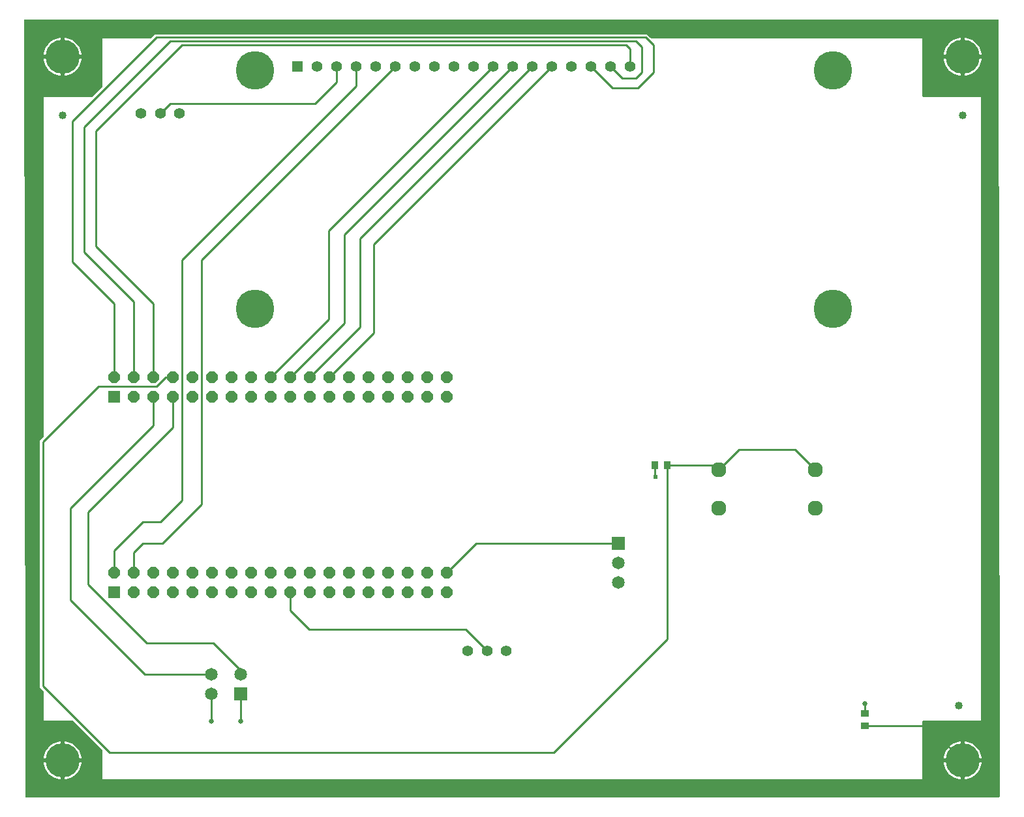
<source format=gbr>
G04 EAGLE Gerber RS-274X export*
G75*
%MOMM*%
%FSLAX34Y34*%
%LPD*%
%INTop Copper*%
%IPPOS*%
%AMOC8*
5,1,8,0,0,1.08239X$1,22.5*%
G01*
%ADD10C,1.016000*%
%ADD11C,4.445000*%
%ADD12R,1.031241X0.949959*%
%ADD13C,1.400000*%
%ADD14R,0.949959X1.031241*%
%ADD15C,1.960000*%
%ADD16R,1.524000X1.524000*%
%ADD17P,1.649562X8X22.500000*%
%ADD18R,1.400000X1.400000*%
%ADD19C,5.000000*%
%ADD20R,1.651000X1.651000*%
%ADD21C,1.651000*%
%ADD22C,0.254000*%
%ADD23C,0.654800*%
%ADD24C,0.609600*%

G36*
X1266104Y2556D02*
X1266104Y2556D01*
X1266224Y2563D01*
X1266261Y2576D01*
X1266301Y2581D01*
X1266412Y2625D01*
X1266526Y2662D01*
X1266560Y2683D01*
X1266596Y2698D01*
X1266694Y2768D01*
X1266795Y2832D01*
X1266822Y2861D01*
X1266854Y2884D01*
X1266930Y2977D01*
X1267012Y3064D01*
X1267031Y3099D01*
X1267057Y3129D01*
X1267108Y3238D01*
X1267165Y3343D01*
X1267175Y3381D01*
X1267192Y3417D01*
X1267215Y3535D01*
X1267245Y3651D01*
X1267248Y3710D01*
X1267252Y3729D01*
X1267251Y3750D01*
X1267255Y3812D01*
X1266529Y584202D01*
X1265994Y1012702D01*
X1265979Y1012819D01*
X1265972Y1012937D01*
X1265959Y1012976D01*
X1265954Y1013017D01*
X1265910Y1013127D01*
X1265874Y1013239D01*
X1265852Y1013274D01*
X1265836Y1013313D01*
X1265767Y1013408D01*
X1265704Y1013508D01*
X1265673Y1013536D01*
X1265649Y1013570D01*
X1265558Y1013645D01*
X1265472Y1013726D01*
X1265436Y1013746D01*
X1265404Y1013772D01*
X1265297Y1013822D01*
X1265193Y1013880D01*
X1265153Y1013890D01*
X1265116Y1013907D01*
X1265000Y1013929D01*
X1264885Y1013959D01*
X1264824Y1013963D01*
X1264804Y1013967D01*
X1264784Y1013966D01*
X1264725Y1013969D01*
X2545Y1013969D01*
X2426Y1013954D01*
X2306Y1013947D01*
X2269Y1013934D01*
X2229Y1013929D01*
X2118Y1013885D01*
X2004Y1013848D01*
X1970Y1013827D01*
X1934Y1013812D01*
X1836Y1013742D01*
X1735Y1013678D01*
X1708Y1013649D01*
X1676Y1013626D01*
X1600Y1013533D01*
X1518Y1013446D01*
X1499Y1013411D01*
X1473Y1013381D01*
X1422Y1013272D01*
X1365Y1013167D01*
X1355Y1013129D01*
X1338Y1013093D01*
X1315Y1012975D01*
X1285Y1012859D01*
X1282Y1012800D01*
X1278Y1012781D01*
X1279Y1012760D01*
X1275Y1012698D01*
X1779Y609598D01*
X2536Y3808D01*
X2551Y3691D01*
X2558Y3573D01*
X2571Y3534D01*
X2576Y3493D01*
X2620Y3383D01*
X2656Y3271D01*
X2678Y3236D01*
X2694Y3197D01*
X2763Y3102D01*
X2826Y3002D01*
X2857Y2974D01*
X2881Y2940D01*
X2972Y2865D01*
X3058Y2784D01*
X3094Y2764D01*
X3126Y2738D01*
X3233Y2688D01*
X3337Y2630D01*
X3377Y2620D01*
X3414Y2603D01*
X3530Y2581D01*
X3645Y2551D01*
X3706Y2547D01*
X3726Y2543D01*
X3746Y2544D01*
X3805Y2541D01*
X1265985Y2541D01*
X1266104Y2556D01*
G37*
%LPC*%
G36*
X1168400Y102869D02*
X1168400Y102869D01*
X1168282Y102854D01*
X1168163Y102847D01*
X1168125Y102834D01*
X1168084Y102829D01*
X1167974Y102786D01*
X1167861Y102749D01*
X1167826Y102727D01*
X1167789Y102712D01*
X1167693Y102643D01*
X1167592Y102579D01*
X1167564Y102549D01*
X1167531Y102526D01*
X1167456Y102434D01*
X1167374Y102347D01*
X1167354Y102312D01*
X1167329Y102281D01*
X1167278Y102173D01*
X1167220Y102069D01*
X1167210Y102029D01*
X1167193Y101993D01*
X1167171Y101876D01*
X1167141Y101761D01*
X1167137Y101701D01*
X1167133Y101681D01*
X1167135Y101660D01*
X1167131Y101600D01*
X1167131Y26669D01*
X102869Y26669D01*
X102869Y63936D01*
X102857Y64034D01*
X102854Y64133D01*
X102837Y64191D01*
X102829Y64251D01*
X102793Y64343D01*
X102765Y64439D01*
X102735Y64491D01*
X102712Y64547D01*
X102654Y64627D01*
X102604Y64712D01*
X102538Y64788D01*
X102526Y64804D01*
X102516Y64812D01*
X102498Y64833D01*
X64833Y102498D01*
X64755Y102558D01*
X64683Y102626D01*
X64630Y102655D01*
X64582Y102692D01*
X64491Y102732D01*
X64404Y102780D01*
X64346Y102795D01*
X64290Y102819D01*
X64192Y102834D01*
X64097Y102859D01*
X63996Y102865D01*
X63976Y102869D01*
X63964Y102867D01*
X63936Y102869D01*
X26669Y102869D01*
X26669Y140136D01*
X26657Y140234D01*
X26654Y140333D01*
X26637Y140391D01*
X26629Y140451D01*
X26593Y140543D01*
X26565Y140639D01*
X26535Y140691D01*
X26512Y140747D01*
X26454Y140827D01*
X26404Y140912D01*
X26338Y140988D01*
X26326Y141004D01*
X26316Y141012D01*
X26298Y141033D01*
X24193Y143138D01*
X21589Y145742D01*
X21589Y466398D01*
X26297Y471107D01*
X26358Y471185D01*
X26426Y471257D01*
X26455Y471310D01*
X26492Y471358D01*
X26532Y471449D01*
X26580Y471536D01*
X26595Y471594D01*
X26619Y471650D01*
X26634Y471748D01*
X26659Y471843D01*
X26665Y471944D01*
X26669Y471964D01*
X26667Y471976D01*
X26669Y472004D01*
X26669Y609600D01*
X26669Y913131D01*
X89336Y913131D01*
X89434Y913143D01*
X89533Y913146D01*
X89591Y913163D01*
X89651Y913171D01*
X89743Y913207D01*
X89839Y913235D01*
X89891Y913265D01*
X89947Y913288D01*
X90027Y913346D01*
X90112Y913396D01*
X90188Y913462D01*
X90204Y913474D01*
X90212Y913484D01*
X90233Y913503D01*
X102498Y925767D01*
X102558Y925845D01*
X102626Y925917D01*
X102655Y925970D01*
X102692Y926018D01*
X102732Y926109D01*
X102780Y926196D01*
X102795Y926254D01*
X102819Y926310D01*
X102834Y926408D01*
X102859Y926503D01*
X102865Y926604D01*
X102869Y926624D01*
X102867Y926636D01*
X102869Y926664D01*
X102869Y989331D01*
X165536Y989331D01*
X165634Y989343D01*
X165733Y989346D01*
X165791Y989363D01*
X165851Y989371D01*
X165943Y989407D01*
X166039Y989435D01*
X166091Y989465D01*
X166147Y989488D01*
X166227Y989546D01*
X166312Y989596D01*
X166388Y989662D01*
X166404Y989674D01*
X166412Y989684D01*
X166433Y989703D01*
X171142Y994411D01*
X809298Y994411D01*
X814007Y989703D01*
X814085Y989642D01*
X814157Y989574D01*
X814210Y989545D01*
X814258Y989508D01*
X814349Y989468D01*
X814436Y989420D01*
X814494Y989405D01*
X814550Y989381D01*
X814648Y989366D01*
X814743Y989341D01*
X814844Y989335D01*
X814864Y989331D01*
X814876Y989333D01*
X814904Y989331D01*
X1167131Y989331D01*
X1167131Y914400D01*
X1167146Y914282D01*
X1167153Y914163D01*
X1167166Y914125D01*
X1167171Y914084D01*
X1167214Y913974D01*
X1167251Y913861D01*
X1167273Y913826D01*
X1167288Y913789D01*
X1167358Y913693D01*
X1167421Y913592D01*
X1167451Y913564D01*
X1167474Y913531D01*
X1167566Y913456D01*
X1167653Y913374D01*
X1167688Y913354D01*
X1167719Y913329D01*
X1167827Y913278D01*
X1167931Y913220D01*
X1167971Y913210D01*
X1168007Y913193D01*
X1168124Y913171D01*
X1168239Y913141D01*
X1168300Y913137D01*
X1168320Y913133D01*
X1168340Y913135D01*
X1168400Y913131D01*
X1243331Y913131D01*
X1243331Y102869D01*
X1168400Y102869D01*
G37*
%LPD*%
%LPC*%
G36*
X53339Y967739D02*
X53339Y967739D01*
X53339Y989836D01*
X54955Y989654D01*
X57667Y989035D01*
X60292Y988117D01*
X62799Y986910D01*
X65154Y985430D01*
X67329Y983695D01*
X69295Y981729D01*
X71030Y979554D01*
X72510Y977199D01*
X73717Y974692D01*
X74635Y972067D01*
X75254Y969355D01*
X75436Y967739D01*
X53339Y967739D01*
G37*
%LPD*%
%LPC*%
G36*
X1221739Y967739D02*
X1221739Y967739D01*
X1221739Y989836D01*
X1223355Y989654D01*
X1226067Y989035D01*
X1228692Y988117D01*
X1231199Y986910D01*
X1233554Y985430D01*
X1235729Y983695D01*
X1237695Y981729D01*
X1239430Y979554D01*
X1240910Y977199D01*
X1242117Y974692D01*
X1243035Y972067D01*
X1243654Y969355D01*
X1243836Y967739D01*
X1221739Y967739D01*
G37*
%LPD*%
%LPC*%
G36*
X53339Y53339D02*
X53339Y53339D01*
X53339Y75436D01*
X54955Y75254D01*
X57667Y74635D01*
X60292Y73717D01*
X62799Y72510D01*
X65154Y71030D01*
X67329Y69295D01*
X69295Y67329D01*
X71030Y65154D01*
X72510Y62799D01*
X73717Y60292D01*
X74635Y57667D01*
X75254Y54955D01*
X75436Y53339D01*
X53339Y53339D01*
G37*
%LPD*%
%LPC*%
G36*
X1221739Y53339D02*
X1221739Y53339D01*
X1221739Y75436D01*
X1223355Y75254D01*
X1226067Y74635D01*
X1228692Y73717D01*
X1231199Y72510D01*
X1233554Y71030D01*
X1235729Y69295D01*
X1237695Y67329D01*
X1239430Y65154D01*
X1240910Y62799D01*
X1242117Y60292D01*
X1243035Y57667D01*
X1243654Y54955D01*
X1243836Y53339D01*
X1221739Y53339D01*
G37*
%LPD*%
%LPC*%
G36*
X1194564Y967739D02*
X1194564Y967739D01*
X1194746Y969355D01*
X1195365Y972067D01*
X1196283Y974692D01*
X1197490Y977199D01*
X1198970Y979554D01*
X1200705Y981729D01*
X1202671Y983695D01*
X1204846Y985430D01*
X1207201Y986910D01*
X1209708Y988117D01*
X1212333Y989035D01*
X1215045Y989654D01*
X1216661Y989836D01*
X1216661Y967739D01*
X1194564Y967739D01*
G37*
%LPD*%
%LPC*%
G36*
X26164Y967739D02*
X26164Y967739D01*
X26346Y969355D01*
X26965Y972067D01*
X27883Y974692D01*
X29090Y977199D01*
X30570Y979554D01*
X32305Y981729D01*
X34271Y983695D01*
X36446Y985430D01*
X38801Y986910D01*
X41308Y988117D01*
X43933Y989035D01*
X46645Y989654D01*
X48261Y989836D01*
X48261Y967739D01*
X26164Y967739D01*
G37*
%LPD*%
%LPC*%
G36*
X53339Y962661D02*
X53339Y962661D01*
X75436Y962661D01*
X75254Y961045D01*
X74635Y958333D01*
X73717Y955708D01*
X72510Y953201D01*
X71030Y950846D01*
X69295Y948671D01*
X67329Y946705D01*
X65154Y944970D01*
X62799Y943490D01*
X60292Y942283D01*
X57667Y941365D01*
X54955Y940746D01*
X53339Y940564D01*
X53339Y962661D01*
G37*
%LPD*%
%LPC*%
G36*
X1221739Y962661D02*
X1221739Y962661D01*
X1243836Y962661D01*
X1243654Y961045D01*
X1243035Y958333D01*
X1242117Y955708D01*
X1240910Y953201D01*
X1239430Y950846D01*
X1237695Y948671D01*
X1235729Y946705D01*
X1233554Y944970D01*
X1231199Y943490D01*
X1228692Y942283D01*
X1226067Y941365D01*
X1223355Y940746D01*
X1221739Y940564D01*
X1221739Y962661D01*
G37*
%LPD*%
%LPC*%
G36*
X26164Y53339D02*
X26164Y53339D01*
X26346Y54955D01*
X26965Y57667D01*
X27883Y60292D01*
X29090Y62799D01*
X30570Y65154D01*
X32305Y67329D01*
X34271Y69295D01*
X36446Y71030D01*
X38801Y72510D01*
X41308Y73717D01*
X43933Y74635D01*
X46645Y75254D01*
X48261Y75436D01*
X48261Y53339D01*
X26164Y53339D01*
G37*
%LPD*%
%LPC*%
G36*
X1194564Y53339D02*
X1194564Y53339D01*
X1194746Y54955D01*
X1195365Y57667D01*
X1196283Y60292D01*
X1197490Y62799D01*
X1198970Y65154D01*
X1200705Y67329D01*
X1202671Y69295D01*
X1204846Y71030D01*
X1207201Y72510D01*
X1209708Y73717D01*
X1212333Y74635D01*
X1215045Y75254D01*
X1216661Y75436D01*
X1216661Y53339D01*
X1194564Y53339D01*
G37*
%LPD*%
%LPC*%
G36*
X1221739Y48261D02*
X1221739Y48261D01*
X1243836Y48261D01*
X1243654Y46645D01*
X1243035Y43933D01*
X1242117Y41308D01*
X1240910Y38801D01*
X1239430Y36446D01*
X1237695Y34271D01*
X1235729Y32305D01*
X1233554Y30570D01*
X1231199Y29090D01*
X1228692Y27883D01*
X1226067Y26965D01*
X1223355Y26346D01*
X1221739Y26164D01*
X1221739Y48261D01*
G37*
%LPD*%
%LPC*%
G36*
X53339Y48261D02*
X53339Y48261D01*
X75436Y48261D01*
X75254Y46645D01*
X74635Y43933D01*
X73717Y41308D01*
X72510Y38801D01*
X71030Y36446D01*
X69295Y34271D01*
X67329Y32305D01*
X65154Y30570D01*
X62799Y29090D01*
X60292Y27883D01*
X57667Y26965D01*
X54955Y26346D01*
X53339Y26164D01*
X53339Y48261D01*
G37*
%LPD*%
%LPC*%
G36*
X1215045Y940746D02*
X1215045Y940746D01*
X1212333Y941365D01*
X1209708Y942283D01*
X1207201Y943490D01*
X1204846Y944970D01*
X1202671Y946705D01*
X1200705Y948671D01*
X1198970Y950846D01*
X1197490Y953201D01*
X1196283Y955708D01*
X1195365Y958333D01*
X1194746Y961045D01*
X1194564Y962661D01*
X1216661Y962661D01*
X1216661Y940564D01*
X1215045Y940746D01*
G37*
%LPD*%
%LPC*%
G36*
X46645Y940746D02*
X46645Y940746D01*
X43933Y941365D01*
X41308Y942283D01*
X38801Y943490D01*
X36446Y944970D01*
X34271Y946705D01*
X32305Y948671D01*
X30570Y950846D01*
X29090Y953201D01*
X27883Y955708D01*
X26965Y958333D01*
X26346Y961045D01*
X26164Y962661D01*
X48261Y962661D01*
X48261Y940564D01*
X46645Y940746D01*
G37*
%LPD*%
%LPC*%
G36*
X1215045Y26346D02*
X1215045Y26346D01*
X1212333Y26965D01*
X1209708Y27883D01*
X1207201Y29090D01*
X1204846Y30570D01*
X1202671Y32305D01*
X1200705Y34271D01*
X1198970Y36446D01*
X1197490Y38801D01*
X1196283Y41308D01*
X1195365Y43933D01*
X1194746Y46645D01*
X1194564Y48261D01*
X1216661Y48261D01*
X1216661Y26164D01*
X1215045Y26346D01*
G37*
%LPD*%
%LPC*%
G36*
X46645Y26346D02*
X46645Y26346D01*
X43933Y26965D01*
X41308Y27883D01*
X38801Y29090D01*
X36446Y30570D01*
X34271Y32305D01*
X32305Y34271D01*
X30570Y36446D01*
X29090Y38801D01*
X27883Y41308D01*
X26965Y43933D01*
X26346Y46645D01*
X26164Y48261D01*
X48261Y48261D01*
X48261Y26164D01*
X46645Y26346D01*
G37*
%LPD*%
%LPC*%
G36*
X1219199Y965199D02*
X1219199Y965199D01*
X1219199Y965201D01*
X1219201Y965201D01*
X1219201Y965199D01*
X1219199Y965199D01*
G37*
%LPD*%
%LPC*%
G36*
X50799Y965199D02*
X50799Y965199D01*
X50799Y965201D01*
X50801Y965201D01*
X50801Y965199D01*
X50799Y965199D01*
G37*
%LPD*%
%LPC*%
G36*
X1219199Y50799D02*
X1219199Y50799D01*
X1219199Y50801D01*
X1219201Y50801D01*
X1219201Y50799D01*
X1219199Y50799D01*
G37*
%LPD*%
%LPC*%
G36*
X50799Y50799D02*
X50799Y50799D01*
X50799Y50801D01*
X50801Y50801D01*
X50801Y50799D01*
X50799Y50799D01*
G37*
%LPD*%
D10*
X1214120Y121920D03*
X1219200Y889000D03*
X50800Y889000D03*
D11*
X50800Y50800D03*
X1219200Y50800D03*
X1219200Y965200D03*
X50800Y965200D03*
D12*
X1092200Y112141D03*
X1092200Y96139D03*
D13*
X576980Y193040D03*
X601980Y193040D03*
X626980Y193040D03*
D14*
X820039Y434340D03*
X836041Y434340D03*
D13*
X152800Y891540D03*
X177800Y891540D03*
X202800Y891540D03*
D15*
X1027700Y428860D03*
X1027700Y378860D03*
X902700Y378860D03*
X902700Y428860D03*
D16*
X117520Y268980D03*
D17*
X117520Y294380D03*
X142920Y268980D03*
X142920Y294380D03*
X168320Y268980D03*
X168320Y294380D03*
X193720Y268980D03*
X193720Y294380D03*
X219120Y268980D03*
X219120Y294380D03*
X244520Y268980D03*
X244520Y294380D03*
X269920Y268980D03*
X269920Y294380D03*
X295320Y268980D03*
X295320Y294380D03*
X320720Y268980D03*
X320720Y294380D03*
X346120Y268980D03*
X346120Y294380D03*
X371520Y268980D03*
X371520Y294380D03*
X396920Y268980D03*
X396920Y294380D03*
X422320Y268980D03*
X422320Y294380D03*
X447720Y268980D03*
X447720Y294380D03*
X473120Y268980D03*
X473120Y294380D03*
X498520Y268980D03*
X498520Y294380D03*
X523920Y268980D03*
X523920Y294380D03*
X549320Y268980D03*
X549320Y294380D03*
D16*
X117520Y522980D03*
D17*
X117520Y548380D03*
X142920Y522980D03*
X142920Y548380D03*
X168320Y522980D03*
X168320Y548380D03*
X193720Y522980D03*
X193720Y548380D03*
X219120Y522980D03*
X219120Y548380D03*
X244520Y522980D03*
X244520Y548380D03*
X269920Y522980D03*
X269920Y548380D03*
X295320Y522980D03*
X295320Y548380D03*
X320720Y522980D03*
X320720Y548380D03*
X346120Y522980D03*
X346120Y548380D03*
X371520Y522980D03*
X371520Y548380D03*
X396920Y522980D03*
X396920Y548380D03*
X422320Y522980D03*
X422320Y548380D03*
X447720Y522980D03*
X447720Y548380D03*
X473120Y522980D03*
X473120Y548380D03*
X498520Y522980D03*
X498520Y548380D03*
X523920Y522980D03*
X523920Y548380D03*
X549320Y522980D03*
X549320Y548380D03*
D18*
X355640Y952480D03*
D13*
X381040Y952480D03*
X406440Y952480D03*
X431840Y952480D03*
X457240Y952480D03*
X482640Y952480D03*
X508040Y952480D03*
X533440Y952480D03*
X558840Y952480D03*
X584240Y952480D03*
X609640Y952480D03*
X635040Y952480D03*
X660440Y952480D03*
X685840Y952480D03*
X711240Y952480D03*
X736640Y952480D03*
D19*
X300640Y947480D03*
X1050640Y947480D03*
X300640Y637480D03*
X1050640Y637480D03*
D13*
X762040Y952480D03*
X787440Y952480D03*
D20*
X772160Y332740D03*
D21*
X772160Y307340D03*
X772160Y281940D03*
D20*
X281940Y137160D03*
D21*
X281940Y162560D03*
X243840Y162560D03*
X243840Y137160D03*
D22*
X281940Y137160D02*
X281940Y101600D01*
D23*
X281940Y101600D03*
D22*
X1092200Y112141D02*
X1092200Y124460D01*
D23*
X1092200Y124460D03*
D22*
X587680Y332740D02*
X549320Y294380D01*
X587680Y332740D02*
X772160Y332740D01*
X820039Y434340D02*
X820420Y434340D01*
D24*
X820420Y419100D03*
D22*
X820039Y419481D01*
X820039Y434340D01*
X243840Y137160D02*
X243840Y101600D01*
D23*
X243840Y101600D03*
D22*
X574040Y220980D02*
X601980Y193040D01*
X574040Y220980D02*
X370840Y220980D01*
X346120Y245700D01*
X346120Y268980D01*
X168320Y485820D02*
X168320Y522980D01*
X157480Y162560D02*
X243840Y162560D01*
X60960Y378460D02*
X168320Y485820D01*
X60960Y378460D02*
X60960Y259080D01*
X157480Y162560D01*
X193720Y483280D02*
X193720Y522980D01*
X83820Y373380D02*
X83820Y279400D01*
X160020Y203200D01*
X246380Y203200D01*
X281940Y167640D01*
X281940Y162560D01*
X83820Y373380D02*
X193720Y483280D01*
X835333Y434340D02*
X836041Y434340D01*
X897220Y434340D01*
X902700Y428860D01*
X928500Y454660D01*
X1001900Y454660D02*
X1027700Y428860D01*
X1001900Y454660D02*
X928500Y454660D01*
X836041Y434340D02*
X836041Y208661D01*
X688340Y60960D02*
X111760Y60960D01*
X25400Y147320D01*
X25400Y464820D01*
X97530Y536950D01*
X184485Y548380D02*
X193720Y548380D01*
X184485Y548380D02*
X173055Y536950D01*
X97530Y536950D01*
X688340Y60960D02*
X836041Y208661D01*
X1092200Y96139D02*
X1173861Y96139D01*
X1219200Y50800D01*
X190500Y904240D02*
X177800Y891540D01*
X190500Y904240D02*
X378460Y904240D01*
X406440Y932220D01*
X406440Y952480D01*
X431840Y952480D02*
X431840Y927140D01*
X205740Y701040D01*
X205740Y388620D01*
X117520Y323260D02*
X117520Y294380D01*
X117520Y323260D02*
X154940Y360680D01*
X177800Y360680D01*
X205740Y388620D01*
X180340Y332740D02*
X154940Y332740D01*
X142920Y320720D01*
X142920Y294380D01*
X231140Y700980D02*
X482640Y952480D01*
X231140Y700980D02*
X231140Y383540D01*
X180340Y332740D01*
X396240Y739080D02*
X609640Y952480D01*
X396240Y623900D02*
X320720Y548380D01*
X396240Y623900D02*
X396240Y739080D01*
X416560Y734000D02*
X635040Y952480D01*
X416560Y618820D02*
X346120Y548380D01*
X416560Y618820D02*
X416560Y734000D01*
X436880Y728920D02*
X660440Y952480D01*
X436880Y613740D02*
X371520Y548380D01*
X436880Y613740D02*
X436880Y728920D01*
X454660Y721300D02*
X685840Y952480D01*
X454660Y606120D02*
X396920Y548380D01*
X454660Y606120D02*
X454660Y721300D01*
X736640Y952480D02*
X764560Y924560D01*
X797560Y924560D01*
X817880Y944880D01*
X817880Y980440D02*
X807720Y990600D01*
X172720Y990600D01*
X117520Y644480D02*
X117520Y548380D01*
X817880Y944880D02*
X817880Y980440D01*
X172720Y990600D02*
X63500Y881380D01*
X63500Y698500D01*
X117520Y644480D01*
X762040Y952480D02*
X777260Y937260D01*
X795020Y937260D01*
X802640Y944880D01*
X802640Y977900D01*
X795020Y985520D01*
X142920Y647020D02*
X142920Y548380D01*
X190500Y985520D02*
X795020Y985520D01*
X190500Y985520D02*
X78740Y873760D01*
X78740Y711200D01*
X142920Y647020D01*
X787440Y952480D02*
X787440Y975320D01*
X205740Y980440D02*
X93980Y868680D01*
X93980Y718820D01*
X168320Y644480D02*
X168320Y548380D01*
X782320Y980440D02*
X787440Y975320D01*
X782320Y980440D02*
X205740Y980440D01*
X93980Y718820D02*
X168320Y644480D01*
M02*

</source>
